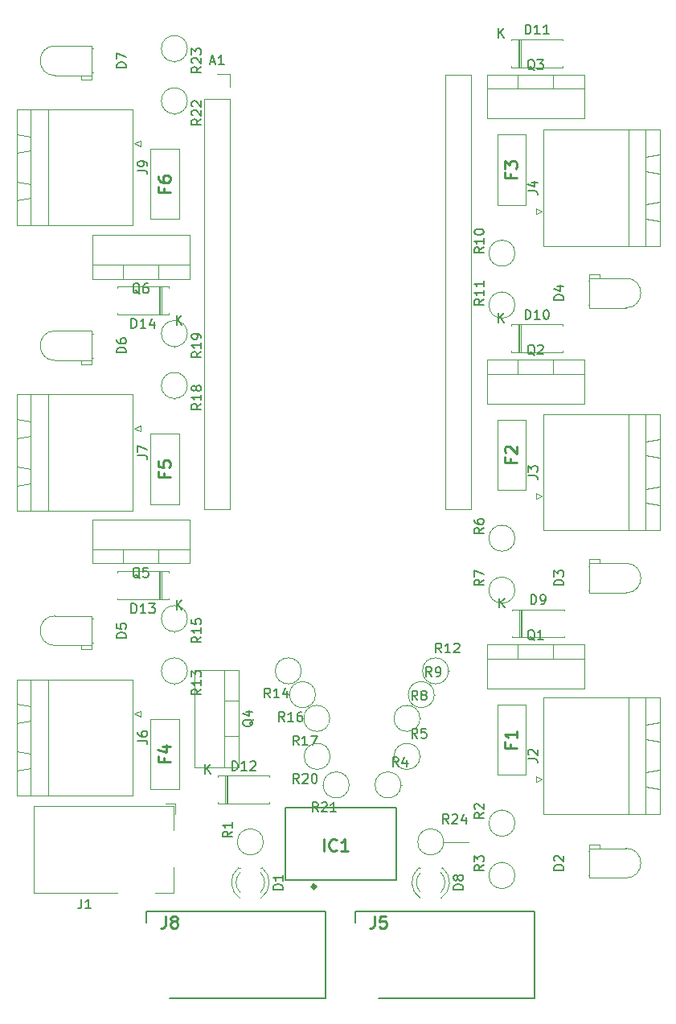
<source format=gbr>
G04 #@! TF.GenerationSoftware,KiCad,Pcbnew,(5.1.4)-1*
G04 #@! TF.CreationDate,2020-02-24T00:27:31+00:00*
G04 #@! TF.ProjectId,SPS-BellDriver,5350532d-4265-46c6-9c44-72697665722e,1*
G04 #@! TF.SameCoordinates,Original*
G04 #@! TF.FileFunction,Legend,Top*
G04 #@! TF.FilePolarity,Positive*
%FSLAX46Y46*%
G04 Gerber Fmt 4.6, Leading zero omitted, Abs format (unit mm)*
G04 Created by KiCad (PCBNEW (5.1.4)-1) date 2020-02-24 00:27:31*
%MOMM*%
%LPD*%
G04 APERTURE LIST*
%ADD10C,0.120000*%
%ADD11C,0.400000*%
%ADD12C,0.200000*%
%ADD13C,0.100000*%
%ADD14C,0.150000*%
%ADD15C,0.254000*%
G04 APERTURE END LIST*
D10*
X66870000Y-111000000D02*
X69480000Y-111000000D01*
X66870000Y-111000000D02*
G75*
G03X66870000Y-111000000I-1370000J0D01*
G01*
X69730000Y-30230000D02*
X69730000Y-76010000D01*
X67070000Y-76010000D02*
X69730000Y-76010000D01*
X67070000Y-30230000D02*
X69730000Y-30230000D01*
X67070000Y-30230000D02*
X67070000Y-76010000D01*
X43000000Y-30170000D02*
X44330000Y-30170000D01*
X44330000Y-30170000D02*
X44330000Y-31500000D01*
X44330000Y-32770000D02*
X44330000Y-76010000D01*
X41670000Y-76010000D02*
X44330000Y-76010000D01*
X41670000Y-32770000D02*
X41670000Y-76010000D01*
X41670000Y-32770000D02*
X44330000Y-32770000D01*
X37130000Y-55470000D02*
X37130000Y-52530000D01*
X36890000Y-55470000D02*
X36890000Y-52530000D01*
X37010000Y-55470000D02*
X37010000Y-52530000D01*
X32470000Y-52530000D02*
X32470000Y-52660000D01*
X37910000Y-52530000D02*
X32470000Y-52530000D01*
X37910000Y-52660000D02*
X37910000Y-52530000D01*
X32470000Y-55470000D02*
X32470000Y-55340000D01*
X37910000Y-55470000D02*
X32470000Y-55470000D01*
X37910000Y-55340000D02*
X37910000Y-55470000D01*
X37130000Y-85470000D02*
X37130000Y-82530000D01*
X36890000Y-85470000D02*
X36890000Y-82530000D01*
X37010000Y-85470000D02*
X37010000Y-82530000D01*
X32470000Y-82530000D02*
X32470000Y-82660000D01*
X37910000Y-82530000D02*
X32470000Y-82530000D01*
X37910000Y-82660000D02*
X37910000Y-82530000D01*
X32470000Y-85470000D02*
X32470000Y-85340000D01*
X37910000Y-85470000D02*
X32470000Y-85470000D01*
X37910000Y-85340000D02*
X37910000Y-85470000D01*
X43870000Y-104030000D02*
X43870000Y-106970000D01*
X44110000Y-104030000D02*
X44110000Y-106970000D01*
X43990000Y-104030000D02*
X43990000Y-106970000D01*
X48530000Y-106970000D02*
X48530000Y-106840000D01*
X43090000Y-106970000D02*
X48530000Y-106970000D01*
X43090000Y-106840000D02*
X43090000Y-106970000D01*
X48530000Y-104030000D02*
X48530000Y-104160000D01*
X43090000Y-104030000D02*
X48530000Y-104030000D01*
X43090000Y-104160000D02*
X43090000Y-104030000D01*
X74750000Y-26530000D02*
X74750000Y-29470000D01*
X74990000Y-26530000D02*
X74990000Y-29470000D01*
X74870000Y-26530000D02*
X74870000Y-29470000D01*
X79410000Y-29470000D02*
X79410000Y-29340000D01*
X73970000Y-29470000D02*
X79410000Y-29470000D01*
X73970000Y-29340000D02*
X73970000Y-29470000D01*
X79410000Y-26530000D02*
X79410000Y-26660000D01*
X73970000Y-26530000D02*
X79410000Y-26530000D01*
X73970000Y-26660000D02*
X73970000Y-26530000D01*
X74750000Y-56530000D02*
X74750000Y-59470000D01*
X74990000Y-56530000D02*
X74990000Y-59470000D01*
X74870000Y-56530000D02*
X74870000Y-59470000D01*
X79410000Y-59470000D02*
X79410000Y-59340000D01*
X73970000Y-59470000D02*
X79410000Y-59470000D01*
X73970000Y-59340000D02*
X73970000Y-59470000D01*
X79410000Y-56530000D02*
X79410000Y-56660000D01*
X73970000Y-56530000D02*
X79410000Y-56530000D01*
X73970000Y-56660000D02*
X73970000Y-56530000D01*
X74870000Y-86530000D02*
X74870000Y-89470000D01*
X75110000Y-86530000D02*
X75110000Y-89470000D01*
X74990000Y-86530000D02*
X74990000Y-89470000D01*
X79530000Y-89470000D02*
X79530000Y-89340000D01*
X74090000Y-89470000D02*
X79530000Y-89470000D01*
X74090000Y-89340000D02*
X74090000Y-89470000D01*
X79530000Y-86530000D02*
X79530000Y-86660000D01*
X74090000Y-86530000D02*
X79530000Y-86530000D01*
X74090000Y-86660000D02*
X74090000Y-86530000D01*
X64420000Y-113710000D02*
X64264000Y-113710000D01*
X66736000Y-113710000D02*
X66580000Y-113710000D01*
X64420163Y-116311130D02*
G75*
G02X64420000Y-114229039I1079837J1041130D01*
G01*
X66579837Y-116311130D02*
G75*
G03X66580000Y-114229039I-1079837J1041130D01*
G01*
X64421392Y-116942335D02*
G75*
G02X64264484Y-113710000I1078608J1672335D01*
G01*
X66578608Y-116942335D02*
G75*
G03X66735516Y-113710000I-1078608J1672335D01*
G01*
X29920000Y-60040000D02*
X29920000Y-60040000D01*
X29790000Y-60040000D02*
X29920000Y-60040000D01*
X29790000Y-60040000D02*
X29790000Y-60040000D01*
X29920000Y-60040000D02*
X29790000Y-60040000D01*
X29920000Y-57500000D02*
X29920000Y-57500000D01*
X29790000Y-57500000D02*
X29920000Y-57500000D01*
X29790000Y-57500000D02*
X29790000Y-57500000D01*
X29920000Y-57500000D02*
X29790000Y-57500000D01*
X29790000Y-60330000D02*
X29790000Y-60730000D01*
X28670000Y-60330000D02*
X29790000Y-60330000D01*
X28670000Y-60730000D02*
X28670000Y-60330000D01*
X29790000Y-60730000D02*
X28670000Y-60730000D01*
X29790000Y-57210000D02*
X29790000Y-60330000D01*
X29790000Y-60330000D02*
X25930000Y-60330000D01*
X29790000Y-57210000D02*
X25930000Y-57210000D01*
X25930000Y-60330000D02*
G75*
G02X25930000Y-57210000I0J1560000D01*
G01*
X82080000Y-51960000D02*
X82080000Y-51960000D01*
X82210000Y-51960000D02*
X82080000Y-51960000D01*
X82210000Y-51960000D02*
X82210000Y-51960000D01*
X82080000Y-51960000D02*
X82210000Y-51960000D01*
X82080000Y-54500000D02*
X82080000Y-54500000D01*
X82210000Y-54500000D02*
X82080000Y-54500000D01*
X82210000Y-54500000D02*
X82210000Y-54500000D01*
X82080000Y-54500000D02*
X82210000Y-54500000D01*
X82210000Y-51670000D02*
X82210000Y-51270000D01*
X83330000Y-51670000D02*
X82210000Y-51670000D01*
X83330000Y-51270000D02*
X83330000Y-51670000D01*
X82210000Y-51270000D02*
X83330000Y-51270000D01*
X82210000Y-54790000D02*
X82210000Y-51670000D01*
X82210000Y-51670000D02*
X86070000Y-51670000D01*
X82210000Y-54790000D02*
X86070000Y-54790000D01*
X86070000Y-51670000D02*
G75*
G02X86070000Y-54790000I0J-1560000D01*
G01*
X82080000Y-111960000D02*
X82080000Y-111960000D01*
X82210000Y-111960000D02*
X82080000Y-111960000D01*
X82210000Y-111960000D02*
X82210000Y-111960000D01*
X82080000Y-111960000D02*
X82210000Y-111960000D01*
X82080000Y-114500000D02*
X82080000Y-114500000D01*
X82210000Y-114500000D02*
X82080000Y-114500000D01*
X82210000Y-114500000D02*
X82210000Y-114500000D01*
X82080000Y-114500000D02*
X82210000Y-114500000D01*
X82210000Y-111670000D02*
X82210000Y-111270000D01*
X83330000Y-111670000D02*
X82210000Y-111670000D01*
X83330000Y-111270000D02*
X83330000Y-111670000D01*
X82210000Y-111270000D02*
X83330000Y-111270000D01*
X82210000Y-114790000D02*
X82210000Y-111670000D01*
X82210000Y-111670000D02*
X86070000Y-111670000D01*
X82210000Y-114790000D02*
X86070000Y-114790000D01*
X86070000Y-111670000D02*
G75*
G02X86070000Y-114790000I0J-1560000D01*
G01*
X45420000Y-113710000D02*
X45264000Y-113710000D01*
X47736000Y-113710000D02*
X47580000Y-113710000D01*
X45420163Y-116311130D02*
G75*
G02X45420000Y-114229039I1079837J1041130D01*
G01*
X47579837Y-116311130D02*
G75*
G03X47580000Y-114229039I-1079837J1041130D01*
G01*
X45421392Y-116942335D02*
G75*
G02X45264484Y-113710000I1078608J1672335D01*
G01*
X47578608Y-116942335D02*
G75*
G03X47735516Y-113710000I-1078608J1672335D01*
G01*
D11*
X53330160Y-115721000D02*
G75*
G03X53330160Y-115721000I-149160J0D01*
G01*
D12*
X50150000Y-115000000D02*
X50150000Y-107400000D01*
X61850000Y-115000000D02*
X50150000Y-115000000D01*
X61850000Y-107400000D02*
X61850000Y-115000000D01*
X50150000Y-107400000D02*
X61850000Y-107400000D01*
D13*
X39000000Y-45450000D02*
X36000000Y-45450000D01*
X39000000Y-38050000D02*
X39000000Y-45450000D01*
X36000000Y-38050000D02*
X39000000Y-38050000D01*
X36000000Y-45450000D02*
X36000000Y-38050000D01*
X39000000Y-75450000D02*
X36000000Y-75450000D01*
X39000000Y-68050000D02*
X39000000Y-75450000D01*
X36000000Y-68050000D02*
X39000000Y-68050000D01*
X36000000Y-75450000D02*
X36000000Y-68050000D01*
X39000000Y-105450000D02*
X36000000Y-105450000D01*
X39000000Y-98050000D02*
X39000000Y-105450000D01*
X36000000Y-98050000D02*
X39000000Y-98050000D01*
X36000000Y-105450000D02*
X36000000Y-98050000D01*
X72500000Y-36550000D02*
X75500000Y-36550000D01*
X72500000Y-43950000D02*
X72500000Y-36550000D01*
X75500000Y-43950000D02*
X72500000Y-43950000D01*
X75500000Y-36550000D02*
X75500000Y-43950000D01*
X72500000Y-66550000D02*
X75500000Y-66550000D01*
X72500000Y-73950000D02*
X72500000Y-66550000D01*
X75500000Y-73950000D02*
X72500000Y-73950000D01*
X75500000Y-66550000D02*
X75500000Y-73950000D01*
X72500000Y-96550000D02*
X75500000Y-96550000D01*
X72500000Y-103950000D02*
X72500000Y-96550000D01*
X75500000Y-103950000D02*
X72500000Y-103950000D01*
X75500000Y-96550000D02*
X75500000Y-103950000D01*
D10*
X38500000Y-34370000D02*
X38500000Y-34440000D01*
X39870000Y-33000000D02*
G75*
G03X39870000Y-33000000I-1370000J0D01*
G01*
X38500000Y-28870000D02*
X38500000Y-28940000D01*
X39870000Y-27500000D02*
G75*
G03X39870000Y-27500000I-1370000J0D01*
G01*
X54170000Y-105000000D02*
X54100000Y-105000000D01*
X56910000Y-105000000D02*
G75*
G03X56910000Y-105000000I-1370000J0D01*
G01*
X52170000Y-102000000D02*
X52100000Y-102000000D01*
X54910000Y-102000000D02*
G75*
G03X54910000Y-102000000I-1370000J0D01*
G01*
X38500000Y-64330000D02*
X38500000Y-64400000D01*
X39870000Y-62960000D02*
G75*
G03X39870000Y-62960000I-1370000J0D01*
G01*
X38500000Y-58870000D02*
X38500000Y-58940000D01*
X39870000Y-57500000D02*
G75*
G03X39870000Y-57500000I-1370000J0D01*
G01*
X52130000Y-98000000D02*
X52060000Y-98000000D01*
X54870000Y-98000000D02*
G75*
G03X54870000Y-98000000I-1370000J0D01*
G01*
X50630000Y-95500000D02*
X50560000Y-95500000D01*
X53370000Y-95500000D02*
G75*
G03X53370000Y-95500000I-1370000J0D01*
G01*
X49130000Y-93000000D02*
X49060000Y-93000000D01*
X51870000Y-93000000D02*
G75*
G03X51870000Y-93000000I-1370000J0D01*
G01*
X38500000Y-94370000D02*
X38500000Y-94440000D01*
X39870000Y-93000000D02*
G75*
G03X39870000Y-93000000I-1370000J0D01*
G01*
X38500000Y-88870000D02*
X38500000Y-88940000D01*
X39870000Y-87500000D02*
G75*
G03X39870000Y-87500000I-1370000J0D01*
G01*
X67370000Y-93000000D02*
X67440000Y-93000000D01*
X67370000Y-93000000D02*
G75*
G03X67370000Y-93000000I-1370000J0D01*
G01*
X73000000Y-47670000D02*
X73000000Y-47600000D01*
X74370000Y-49040000D02*
G75*
G03X74370000Y-49040000I-1370000J0D01*
G01*
X73000000Y-53130000D02*
X73000000Y-53060000D01*
X74370000Y-54500000D02*
G75*
G03X74370000Y-54500000I-1370000J0D01*
G01*
X65870000Y-95500000D02*
X65940000Y-95500000D01*
X65870000Y-95500000D02*
G75*
G03X65870000Y-95500000I-1370000J0D01*
G01*
X64370000Y-98000000D02*
X64440000Y-98000000D01*
X64370000Y-98000000D02*
G75*
G03X64370000Y-98000000I-1370000J0D01*
G01*
X73000000Y-77670000D02*
X73000000Y-77600000D01*
X74370000Y-79040000D02*
G75*
G03X74370000Y-79040000I-1370000J0D01*
G01*
X64370000Y-102000000D02*
X64440000Y-102000000D01*
X64370000Y-102000000D02*
G75*
G03X64370000Y-102000000I-1370000J0D01*
G01*
X73000000Y-83130000D02*
X73000000Y-83060000D01*
X74370000Y-84500000D02*
G75*
G03X74370000Y-84500000I-1370000J0D01*
G01*
X62370000Y-105000000D02*
X62440000Y-105000000D01*
X62370000Y-105000000D02*
G75*
G03X62370000Y-105000000I-1370000J0D01*
G01*
X74370000Y-109040000D02*
G75*
G03X74370000Y-109040000I-1370000J0D01*
G01*
X73000000Y-107670000D02*
X73000000Y-107600000D01*
X73000000Y-113170000D02*
X73000000Y-113100000D01*
X74370000Y-114540000D02*
G75*
G03X74370000Y-114540000I-1370000J0D01*
G01*
X46500000Y-109630000D02*
X46500000Y-109560000D01*
X47870000Y-111000000D02*
G75*
G03X47870000Y-111000000I-1370000J0D01*
G01*
X78391000Y-30230000D02*
X78391000Y-31740000D01*
X74690000Y-30230000D02*
X74690000Y-31740000D01*
X71420000Y-31740000D02*
X81660000Y-31740000D01*
X81660000Y-30230000D02*
X81660000Y-34871000D01*
X71420000Y-30230000D02*
X71420000Y-34871000D01*
X71420000Y-34871000D02*
X81660000Y-34871000D01*
X71420000Y-30230000D02*
X81660000Y-30230000D01*
X78391000Y-90230000D02*
X78391000Y-91740000D01*
X74690000Y-90230000D02*
X74690000Y-91740000D01*
X71420000Y-91740000D02*
X81660000Y-91740000D01*
X81660000Y-90230000D02*
X81660000Y-94871000D01*
X71420000Y-90230000D02*
X71420000Y-94871000D01*
X71420000Y-94871000D02*
X81660000Y-94871000D01*
X71420000Y-90230000D02*
X81660000Y-90230000D01*
X33109000Y-81690000D02*
X33109000Y-80180000D01*
X36810000Y-81690000D02*
X36810000Y-80180000D01*
X40080000Y-80180000D02*
X29840000Y-80180000D01*
X29840000Y-81690000D02*
X29840000Y-77049000D01*
X40080000Y-81690000D02*
X40080000Y-77049000D01*
X40080000Y-77049000D02*
X29840000Y-77049000D01*
X40080000Y-81690000D02*
X29840000Y-81690000D01*
X45270000Y-99851000D02*
X43760000Y-99851000D01*
X45270000Y-96150000D02*
X43760000Y-96150000D01*
X43760000Y-92880000D02*
X43760000Y-103120000D01*
X45270000Y-103120000D02*
X40629000Y-103120000D01*
X45270000Y-92880000D02*
X40629000Y-92880000D01*
X40629000Y-92880000D02*
X40629000Y-103120000D01*
X45270000Y-92880000D02*
X45270000Y-103120000D01*
X33109000Y-51770000D02*
X33109000Y-50260000D01*
X36810000Y-51770000D02*
X36810000Y-50260000D01*
X40080000Y-50260000D02*
X29840000Y-50260000D01*
X29840000Y-51770000D02*
X29840000Y-47129000D01*
X40080000Y-51770000D02*
X40080000Y-47129000D01*
X40080000Y-47129000D02*
X29840000Y-47129000D01*
X40080000Y-51770000D02*
X29840000Y-51770000D01*
X78391000Y-60230000D02*
X78391000Y-61740000D01*
X74690000Y-60230000D02*
X74690000Y-61740000D01*
X71420000Y-61740000D02*
X81660000Y-61740000D01*
X81660000Y-60230000D02*
X81660000Y-64871000D01*
X71420000Y-60230000D02*
X71420000Y-64871000D01*
X71420000Y-64871000D02*
X81660000Y-64871000D01*
X71420000Y-60230000D02*
X81660000Y-60230000D01*
D12*
X57550000Y-118300000D02*
X57550000Y-119500000D01*
X76450000Y-118300000D02*
X57550000Y-118300000D01*
X76450000Y-127500000D02*
X76450000Y-118300000D01*
X60000000Y-127500000D02*
X76450000Y-127500000D01*
X35550000Y-118300000D02*
X35550000Y-119500000D01*
X54450000Y-118300000D02*
X35550000Y-118300000D01*
X54450000Y-127500000D02*
X54450000Y-118300000D01*
X38000000Y-127500000D02*
X54450000Y-127500000D01*
D10*
X29920000Y-30040000D02*
X29920000Y-30040000D01*
X29790000Y-30040000D02*
X29920000Y-30040000D01*
X29790000Y-30040000D02*
X29790000Y-30040000D01*
X29920000Y-30040000D02*
X29790000Y-30040000D01*
X29920000Y-27500000D02*
X29920000Y-27500000D01*
X29790000Y-27500000D02*
X29920000Y-27500000D01*
X29790000Y-27500000D02*
X29790000Y-27500000D01*
X29920000Y-27500000D02*
X29790000Y-27500000D01*
X29790000Y-30330000D02*
X29790000Y-30730000D01*
X28670000Y-30330000D02*
X29790000Y-30330000D01*
X28670000Y-30730000D02*
X28670000Y-30330000D01*
X29790000Y-30730000D02*
X28670000Y-30730000D01*
X29790000Y-27210000D02*
X29790000Y-30330000D01*
X29790000Y-30330000D02*
X25930000Y-30330000D01*
X29790000Y-27210000D02*
X25930000Y-27210000D01*
X25930000Y-30330000D02*
G75*
G02X25930000Y-27210000I0J1560000D01*
G01*
X29920000Y-90040000D02*
X29920000Y-90040000D01*
X29790000Y-90040000D02*
X29920000Y-90040000D01*
X29790000Y-90040000D02*
X29790000Y-90040000D01*
X29920000Y-90040000D02*
X29790000Y-90040000D01*
X29920000Y-87500000D02*
X29920000Y-87500000D01*
X29790000Y-87500000D02*
X29920000Y-87500000D01*
X29790000Y-87500000D02*
X29790000Y-87500000D01*
X29920000Y-87500000D02*
X29790000Y-87500000D01*
X29790000Y-90330000D02*
X29790000Y-90730000D01*
X28670000Y-90330000D02*
X29790000Y-90330000D01*
X28670000Y-90730000D02*
X28670000Y-90330000D01*
X29790000Y-90730000D02*
X28670000Y-90730000D01*
X29790000Y-87210000D02*
X29790000Y-90330000D01*
X29790000Y-90330000D02*
X25930000Y-90330000D01*
X29790000Y-87210000D02*
X25930000Y-87210000D01*
X25930000Y-90330000D02*
G75*
G02X25930000Y-87210000I0J1560000D01*
G01*
X82080000Y-81960000D02*
X82080000Y-81960000D01*
X82210000Y-81960000D02*
X82080000Y-81960000D01*
X82210000Y-81960000D02*
X82210000Y-81960000D01*
X82080000Y-81960000D02*
X82210000Y-81960000D01*
X82080000Y-84500000D02*
X82080000Y-84500000D01*
X82210000Y-84500000D02*
X82080000Y-84500000D01*
X82210000Y-84500000D02*
X82210000Y-84500000D01*
X82080000Y-84500000D02*
X82210000Y-84500000D01*
X82210000Y-81670000D02*
X82210000Y-81270000D01*
X83330000Y-81670000D02*
X82210000Y-81670000D01*
X83330000Y-81270000D02*
X83330000Y-81670000D01*
X82210000Y-81270000D02*
X83330000Y-81270000D01*
X82210000Y-84790000D02*
X82210000Y-81670000D01*
X82210000Y-81670000D02*
X86070000Y-81670000D01*
X82210000Y-84790000D02*
X86070000Y-84790000D01*
X86070000Y-81670000D02*
G75*
G02X86070000Y-84790000I0J-1560000D01*
G01*
X38400000Y-107200000D02*
X38400000Y-109800000D01*
X23700000Y-107200000D02*
X38400000Y-107200000D01*
X38400000Y-116400000D02*
X36500000Y-116400000D01*
X38400000Y-113700000D02*
X38400000Y-116400000D01*
X23700000Y-116400000D02*
X23700000Y-107200000D01*
X32500000Y-116400000D02*
X23700000Y-116400000D01*
X37550000Y-107000000D02*
X38600000Y-107000000D01*
X38600000Y-108050000D02*
X38600000Y-107000000D01*
X34910000Y-37200000D02*
X34910000Y-37800000D01*
X34310000Y-37500000D02*
X34910000Y-37200000D01*
X34910000Y-37800000D02*
X34310000Y-37500000D01*
X23390000Y-41750000D02*
X21890000Y-41500000D01*
X23390000Y-43250000D02*
X23390000Y-41750000D01*
X21890000Y-43500000D02*
X23390000Y-43250000D01*
X21890000Y-41500000D02*
X21890000Y-43500000D01*
X23390000Y-36750000D02*
X21890000Y-36500000D01*
X23390000Y-38250000D02*
X23390000Y-36750000D01*
X21890000Y-38500000D02*
X23390000Y-38250000D01*
X21890000Y-36500000D02*
X21890000Y-38500000D01*
X23390000Y-46110000D02*
X23390000Y-33890000D01*
X25190000Y-46110000D02*
X23390000Y-46110000D01*
X25190000Y-33890000D02*
X25190000Y-46110000D01*
X23390000Y-33890000D02*
X25190000Y-33890000D01*
X34110000Y-46110000D02*
X34110000Y-33890000D01*
X21890000Y-46110000D02*
X34110000Y-46110000D01*
X21890000Y-33890000D02*
X21890000Y-46110000D01*
X34110000Y-33890000D02*
X21890000Y-33890000D01*
X34910000Y-67200000D02*
X34910000Y-67800000D01*
X34310000Y-67500000D02*
X34910000Y-67200000D01*
X34910000Y-67800000D02*
X34310000Y-67500000D01*
X23390000Y-71750000D02*
X21890000Y-71500000D01*
X23390000Y-73250000D02*
X23390000Y-71750000D01*
X21890000Y-73500000D02*
X23390000Y-73250000D01*
X21890000Y-71500000D02*
X21890000Y-73500000D01*
X23390000Y-66750000D02*
X21890000Y-66500000D01*
X23390000Y-68250000D02*
X23390000Y-66750000D01*
X21890000Y-68500000D02*
X23390000Y-68250000D01*
X21890000Y-66500000D02*
X21890000Y-68500000D01*
X23390000Y-76110000D02*
X23390000Y-63890000D01*
X25190000Y-76110000D02*
X23390000Y-76110000D01*
X25190000Y-63890000D02*
X25190000Y-76110000D01*
X23390000Y-63890000D02*
X25190000Y-63890000D01*
X34110000Y-76110000D02*
X34110000Y-63890000D01*
X21890000Y-76110000D02*
X34110000Y-76110000D01*
X21890000Y-63890000D02*
X21890000Y-76110000D01*
X34110000Y-63890000D02*
X21890000Y-63890000D01*
X34910000Y-97200000D02*
X34910000Y-97800000D01*
X34310000Y-97500000D02*
X34910000Y-97200000D01*
X34910000Y-97800000D02*
X34310000Y-97500000D01*
X23390000Y-101750000D02*
X21890000Y-101500000D01*
X23390000Y-103250000D02*
X23390000Y-101750000D01*
X21890000Y-103500000D02*
X23390000Y-103250000D01*
X21890000Y-101500000D02*
X21890000Y-103500000D01*
X23390000Y-96750000D02*
X21890000Y-96500000D01*
X23390000Y-98250000D02*
X23390000Y-96750000D01*
X21890000Y-98500000D02*
X23390000Y-98250000D01*
X21890000Y-96500000D02*
X21890000Y-98500000D01*
X23390000Y-106110000D02*
X23390000Y-93890000D01*
X25190000Y-106110000D02*
X23390000Y-106110000D01*
X25190000Y-93890000D02*
X25190000Y-106110000D01*
X23390000Y-93890000D02*
X25190000Y-93890000D01*
X34110000Y-106110000D02*
X34110000Y-93890000D01*
X21890000Y-106110000D02*
X34110000Y-106110000D01*
X21890000Y-93890000D02*
X21890000Y-106110000D01*
X34110000Y-93890000D02*
X21890000Y-93890000D01*
X76590000Y-44948000D02*
X76590000Y-44348000D01*
X77190000Y-44648000D02*
X76590000Y-44948000D01*
X76590000Y-44348000D02*
X77190000Y-44648000D01*
X88110000Y-40398000D02*
X89610000Y-40648000D01*
X88110000Y-38898000D02*
X88110000Y-40398000D01*
X89610000Y-38648000D02*
X88110000Y-38898000D01*
X89610000Y-40648000D02*
X89610000Y-38648000D01*
X88110000Y-45398000D02*
X89610000Y-45648000D01*
X88110000Y-43898000D02*
X88110000Y-45398000D01*
X89610000Y-43648000D02*
X88110000Y-43898000D01*
X89610000Y-45648000D02*
X89610000Y-43648000D01*
X88110000Y-36038000D02*
X88110000Y-48258000D01*
X86310000Y-36038000D02*
X88110000Y-36038000D01*
X86310000Y-48258000D02*
X86310000Y-36038000D01*
X88110000Y-48258000D02*
X86310000Y-48258000D01*
X77390000Y-36038000D02*
X77390000Y-48258000D01*
X89610000Y-36038000D02*
X77390000Y-36038000D01*
X89610000Y-48258000D02*
X89610000Y-36038000D01*
X77390000Y-48258000D02*
X89610000Y-48258000D01*
X76590000Y-74896000D02*
X76590000Y-74296000D01*
X77190000Y-74596000D02*
X76590000Y-74896000D01*
X76590000Y-74296000D02*
X77190000Y-74596000D01*
X88110000Y-70346000D02*
X89610000Y-70596000D01*
X88110000Y-68846000D02*
X88110000Y-70346000D01*
X89610000Y-68596000D02*
X88110000Y-68846000D01*
X89610000Y-70596000D02*
X89610000Y-68596000D01*
X88110000Y-75346000D02*
X89610000Y-75596000D01*
X88110000Y-73846000D02*
X88110000Y-75346000D01*
X89610000Y-73596000D02*
X88110000Y-73846000D01*
X89610000Y-75596000D02*
X89610000Y-73596000D01*
X88110000Y-65986000D02*
X88110000Y-78206000D01*
X86310000Y-65986000D02*
X88110000Y-65986000D01*
X86310000Y-78206000D02*
X86310000Y-65986000D01*
X88110000Y-78206000D02*
X86310000Y-78206000D01*
X77390000Y-65986000D02*
X77390000Y-78206000D01*
X89610000Y-65986000D02*
X77390000Y-65986000D01*
X89610000Y-78206000D02*
X89610000Y-65986000D01*
X77390000Y-78206000D02*
X89610000Y-78206000D01*
X76590000Y-104725000D02*
X76590000Y-104125000D01*
X77190000Y-104425000D02*
X76590000Y-104725000D01*
X76590000Y-104125000D02*
X77190000Y-104425000D01*
X88110000Y-100175000D02*
X89610000Y-100425000D01*
X88110000Y-98675000D02*
X88110000Y-100175000D01*
X89610000Y-98425000D02*
X88110000Y-98675000D01*
X89610000Y-100425000D02*
X89610000Y-98425000D01*
X88110000Y-105175000D02*
X89610000Y-105425000D01*
X88110000Y-103675000D02*
X88110000Y-105175000D01*
X89610000Y-103425000D02*
X88110000Y-103675000D01*
X89610000Y-105425000D02*
X89610000Y-103425000D01*
X88110000Y-95815000D02*
X88110000Y-108035000D01*
X86310000Y-95815000D02*
X88110000Y-95815000D01*
X86310000Y-108035000D02*
X86310000Y-95815000D01*
X88110000Y-108035000D02*
X86310000Y-108035000D01*
X77390000Y-95815000D02*
X77390000Y-108035000D01*
X89610000Y-95815000D02*
X77390000Y-95815000D01*
X89610000Y-108035000D02*
X89610000Y-95815000D01*
X77390000Y-108035000D02*
X89610000Y-108035000D01*
D14*
X67397142Y-109082380D02*
X67063809Y-108606190D01*
X66825714Y-109082380D02*
X66825714Y-108082380D01*
X67206666Y-108082380D01*
X67301904Y-108130000D01*
X67349523Y-108177619D01*
X67397142Y-108272857D01*
X67397142Y-108415714D01*
X67349523Y-108510952D01*
X67301904Y-108558571D01*
X67206666Y-108606190D01*
X66825714Y-108606190D01*
X67778095Y-108177619D02*
X67825714Y-108130000D01*
X67920952Y-108082380D01*
X68159047Y-108082380D01*
X68254285Y-108130000D01*
X68301904Y-108177619D01*
X68349523Y-108272857D01*
X68349523Y-108368095D01*
X68301904Y-108510952D01*
X67730476Y-109082380D01*
X68349523Y-109082380D01*
X69206666Y-108415714D02*
X69206666Y-109082380D01*
X68968571Y-108034761D02*
X68730476Y-108749047D01*
X69349523Y-108749047D01*
X42285714Y-28896666D02*
X42761904Y-28896666D01*
X42190476Y-29182380D02*
X42523809Y-28182380D01*
X42857142Y-29182380D01*
X43714285Y-29182380D02*
X43142857Y-29182380D01*
X43428571Y-29182380D02*
X43428571Y-28182380D01*
X43333333Y-28325238D01*
X43238095Y-28420476D01*
X43142857Y-28468095D01*
X33975714Y-56922380D02*
X33975714Y-55922380D01*
X34213809Y-55922380D01*
X34356666Y-55970000D01*
X34451904Y-56065238D01*
X34499523Y-56160476D01*
X34547142Y-56350952D01*
X34547142Y-56493809D01*
X34499523Y-56684285D01*
X34451904Y-56779523D01*
X34356666Y-56874761D01*
X34213809Y-56922380D01*
X33975714Y-56922380D01*
X35499523Y-56922380D02*
X34928095Y-56922380D01*
X35213809Y-56922380D02*
X35213809Y-55922380D01*
X35118571Y-56065238D01*
X35023333Y-56160476D01*
X34928095Y-56208095D01*
X36356666Y-56255714D02*
X36356666Y-56922380D01*
X36118571Y-55874761D02*
X35880476Y-56589047D01*
X36499523Y-56589047D01*
X38738095Y-56552380D02*
X38738095Y-55552380D01*
X39309523Y-56552380D02*
X38880952Y-55980952D01*
X39309523Y-55552380D02*
X38738095Y-56123809D01*
X33975714Y-86922380D02*
X33975714Y-85922380D01*
X34213809Y-85922380D01*
X34356666Y-85970000D01*
X34451904Y-86065238D01*
X34499523Y-86160476D01*
X34547142Y-86350952D01*
X34547142Y-86493809D01*
X34499523Y-86684285D01*
X34451904Y-86779523D01*
X34356666Y-86874761D01*
X34213809Y-86922380D01*
X33975714Y-86922380D01*
X35499523Y-86922380D02*
X34928095Y-86922380D01*
X35213809Y-86922380D02*
X35213809Y-85922380D01*
X35118571Y-86065238D01*
X35023333Y-86160476D01*
X34928095Y-86208095D01*
X35832857Y-85922380D02*
X36451904Y-85922380D01*
X36118571Y-86303333D01*
X36261428Y-86303333D01*
X36356666Y-86350952D01*
X36404285Y-86398571D01*
X36451904Y-86493809D01*
X36451904Y-86731904D01*
X36404285Y-86827142D01*
X36356666Y-86874761D01*
X36261428Y-86922380D01*
X35975714Y-86922380D01*
X35880476Y-86874761D01*
X35832857Y-86827142D01*
X38738095Y-86552380D02*
X38738095Y-85552380D01*
X39309523Y-86552380D02*
X38880952Y-85980952D01*
X39309523Y-85552380D02*
X38738095Y-86123809D01*
X44595714Y-103482380D02*
X44595714Y-102482380D01*
X44833809Y-102482380D01*
X44976666Y-102530000D01*
X45071904Y-102625238D01*
X45119523Y-102720476D01*
X45167142Y-102910952D01*
X45167142Y-103053809D01*
X45119523Y-103244285D01*
X45071904Y-103339523D01*
X44976666Y-103434761D01*
X44833809Y-103482380D01*
X44595714Y-103482380D01*
X46119523Y-103482380D02*
X45548095Y-103482380D01*
X45833809Y-103482380D02*
X45833809Y-102482380D01*
X45738571Y-102625238D01*
X45643333Y-102720476D01*
X45548095Y-102768095D01*
X46500476Y-102577619D02*
X46548095Y-102530000D01*
X46643333Y-102482380D01*
X46881428Y-102482380D01*
X46976666Y-102530000D01*
X47024285Y-102577619D01*
X47071904Y-102672857D01*
X47071904Y-102768095D01*
X47024285Y-102910952D01*
X46452857Y-103482380D01*
X47071904Y-103482380D01*
X41738095Y-103852380D02*
X41738095Y-102852380D01*
X42309523Y-103852380D02*
X41880952Y-103280952D01*
X42309523Y-102852380D02*
X41738095Y-103423809D01*
X75475714Y-25982380D02*
X75475714Y-24982380D01*
X75713809Y-24982380D01*
X75856666Y-25030000D01*
X75951904Y-25125238D01*
X75999523Y-25220476D01*
X76047142Y-25410952D01*
X76047142Y-25553809D01*
X75999523Y-25744285D01*
X75951904Y-25839523D01*
X75856666Y-25934761D01*
X75713809Y-25982380D01*
X75475714Y-25982380D01*
X76999523Y-25982380D02*
X76428095Y-25982380D01*
X76713809Y-25982380D02*
X76713809Y-24982380D01*
X76618571Y-25125238D01*
X76523333Y-25220476D01*
X76428095Y-25268095D01*
X77951904Y-25982380D02*
X77380476Y-25982380D01*
X77666190Y-25982380D02*
X77666190Y-24982380D01*
X77570952Y-25125238D01*
X77475714Y-25220476D01*
X77380476Y-25268095D01*
X72618095Y-26352380D02*
X72618095Y-25352380D01*
X73189523Y-26352380D02*
X72760952Y-25780952D01*
X73189523Y-25352380D02*
X72618095Y-25923809D01*
X75475714Y-55982380D02*
X75475714Y-54982380D01*
X75713809Y-54982380D01*
X75856666Y-55030000D01*
X75951904Y-55125238D01*
X75999523Y-55220476D01*
X76047142Y-55410952D01*
X76047142Y-55553809D01*
X75999523Y-55744285D01*
X75951904Y-55839523D01*
X75856666Y-55934761D01*
X75713809Y-55982380D01*
X75475714Y-55982380D01*
X76999523Y-55982380D02*
X76428095Y-55982380D01*
X76713809Y-55982380D02*
X76713809Y-54982380D01*
X76618571Y-55125238D01*
X76523333Y-55220476D01*
X76428095Y-55268095D01*
X77618571Y-54982380D02*
X77713809Y-54982380D01*
X77809047Y-55030000D01*
X77856666Y-55077619D01*
X77904285Y-55172857D01*
X77951904Y-55363333D01*
X77951904Y-55601428D01*
X77904285Y-55791904D01*
X77856666Y-55887142D01*
X77809047Y-55934761D01*
X77713809Y-55982380D01*
X77618571Y-55982380D01*
X77523333Y-55934761D01*
X77475714Y-55887142D01*
X77428095Y-55791904D01*
X77380476Y-55601428D01*
X77380476Y-55363333D01*
X77428095Y-55172857D01*
X77475714Y-55077619D01*
X77523333Y-55030000D01*
X77618571Y-54982380D01*
X72618095Y-56352380D02*
X72618095Y-55352380D01*
X73189523Y-56352380D02*
X72760952Y-55780952D01*
X73189523Y-55352380D02*
X72618095Y-55923809D01*
X76071904Y-85982380D02*
X76071904Y-84982380D01*
X76310000Y-84982380D01*
X76452857Y-85030000D01*
X76548095Y-85125238D01*
X76595714Y-85220476D01*
X76643333Y-85410952D01*
X76643333Y-85553809D01*
X76595714Y-85744285D01*
X76548095Y-85839523D01*
X76452857Y-85934761D01*
X76310000Y-85982380D01*
X76071904Y-85982380D01*
X77119523Y-85982380D02*
X77310000Y-85982380D01*
X77405238Y-85934761D01*
X77452857Y-85887142D01*
X77548095Y-85744285D01*
X77595714Y-85553809D01*
X77595714Y-85172857D01*
X77548095Y-85077619D01*
X77500476Y-85030000D01*
X77405238Y-84982380D01*
X77214761Y-84982380D01*
X77119523Y-85030000D01*
X77071904Y-85077619D01*
X77024285Y-85172857D01*
X77024285Y-85410952D01*
X77071904Y-85506190D01*
X77119523Y-85553809D01*
X77214761Y-85601428D01*
X77405238Y-85601428D01*
X77500476Y-85553809D01*
X77548095Y-85506190D01*
X77595714Y-85410952D01*
X72738095Y-86352380D02*
X72738095Y-85352380D01*
X73309523Y-86352380D02*
X72880952Y-85780952D01*
X73309523Y-85352380D02*
X72738095Y-85923809D01*
X68912380Y-116008095D02*
X67912380Y-116008095D01*
X67912380Y-115770000D01*
X67960000Y-115627142D01*
X68055238Y-115531904D01*
X68150476Y-115484285D01*
X68340952Y-115436666D01*
X68483809Y-115436666D01*
X68674285Y-115484285D01*
X68769523Y-115531904D01*
X68864761Y-115627142D01*
X68912380Y-115770000D01*
X68912380Y-116008095D01*
X68340952Y-114865238D02*
X68293333Y-114960476D01*
X68245714Y-115008095D01*
X68150476Y-115055714D01*
X68102857Y-115055714D01*
X68007619Y-115008095D01*
X67960000Y-114960476D01*
X67912380Y-114865238D01*
X67912380Y-114674761D01*
X67960000Y-114579523D01*
X68007619Y-114531904D01*
X68102857Y-114484285D01*
X68150476Y-114484285D01*
X68245714Y-114531904D01*
X68293333Y-114579523D01*
X68340952Y-114674761D01*
X68340952Y-114865238D01*
X68388571Y-114960476D01*
X68436190Y-115008095D01*
X68531428Y-115055714D01*
X68721904Y-115055714D01*
X68817142Y-115008095D01*
X68864761Y-114960476D01*
X68912380Y-114865238D01*
X68912380Y-114674761D01*
X68864761Y-114579523D01*
X68817142Y-114531904D01*
X68721904Y-114484285D01*
X68531428Y-114484285D01*
X68436190Y-114531904D01*
X68388571Y-114579523D01*
X68340952Y-114674761D01*
X33412380Y-59508095D02*
X32412380Y-59508095D01*
X32412380Y-59270000D01*
X32460000Y-59127142D01*
X32555238Y-59031904D01*
X32650476Y-58984285D01*
X32840952Y-58936666D01*
X32983809Y-58936666D01*
X33174285Y-58984285D01*
X33269523Y-59031904D01*
X33364761Y-59127142D01*
X33412380Y-59270000D01*
X33412380Y-59508095D01*
X32412380Y-58079523D02*
X32412380Y-58270000D01*
X32460000Y-58365238D01*
X32507619Y-58412857D01*
X32650476Y-58508095D01*
X32840952Y-58555714D01*
X33221904Y-58555714D01*
X33317142Y-58508095D01*
X33364761Y-58460476D01*
X33412380Y-58365238D01*
X33412380Y-58174761D01*
X33364761Y-58079523D01*
X33317142Y-58031904D01*
X33221904Y-57984285D01*
X32983809Y-57984285D01*
X32888571Y-58031904D01*
X32840952Y-58079523D01*
X32793333Y-58174761D01*
X32793333Y-58365238D01*
X32840952Y-58460476D01*
X32888571Y-58508095D01*
X32983809Y-58555714D01*
X79492380Y-53968095D02*
X78492380Y-53968095D01*
X78492380Y-53730000D01*
X78540000Y-53587142D01*
X78635238Y-53491904D01*
X78730476Y-53444285D01*
X78920952Y-53396666D01*
X79063809Y-53396666D01*
X79254285Y-53444285D01*
X79349523Y-53491904D01*
X79444761Y-53587142D01*
X79492380Y-53730000D01*
X79492380Y-53968095D01*
X78825714Y-52539523D02*
X79492380Y-52539523D01*
X78444761Y-52777619D02*
X79159047Y-53015714D01*
X79159047Y-52396666D01*
X79492380Y-113968095D02*
X78492380Y-113968095D01*
X78492380Y-113730000D01*
X78540000Y-113587142D01*
X78635238Y-113491904D01*
X78730476Y-113444285D01*
X78920952Y-113396666D01*
X79063809Y-113396666D01*
X79254285Y-113444285D01*
X79349523Y-113491904D01*
X79444761Y-113587142D01*
X79492380Y-113730000D01*
X79492380Y-113968095D01*
X78587619Y-113015714D02*
X78540000Y-112968095D01*
X78492380Y-112872857D01*
X78492380Y-112634761D01*
X78540000Y-112539523D01*
X78587619Y-112491904D01*
X78682857Y-112444285D01*
X78778095Y-112444285D01*
X78920952Y-112491904D01*
X79492380Y-113063333D01*
X79492380Y-112444285D01*
X49912380Y-116008095D02*
X48912380Y-116008095D01*
X48912380Y-115770000D01*
X48960000Y-115627142D01*
X49055238Y-115531904D01*
X49150476Y-115484285D01*
X49340952Y-115436666D01*
X49483809Y-115436666D01*
X49674285Y-115484285D01*
X49769523Y-115531904D01*
X49864761Y-115627142D01*
X49912380Y-115770000D01*
X49912380Y-116008095D01*
X49912380Y-114484285D02*
X49912380Y-115055714D01*
X49912380Y-114770000D02*
X48912380Y-114770000D01*
X49055238Y-114865238D01*
X49150476Y-114960476D01*
X49198095Y-115055714D01*
D15*
X54251728Y-111969383D02*
X54251728Y-110699383D01*
X55582204Y-111848431D02*
X55521728Y-111908907D01*
X55340299Y-111969383D01*
X55219347Y-111969383D01*
X55037918Y-111908907D01*
X54916966Y-111787955D01*
X54856490Y-111667002D01*
X54796013Y-111425098D01*
X54796013Y-111243669D01*
X54856490Y-111001764D01*
X54916966Y-110880812D01*
X55037918Y-110759860D01*
X55219347Y-110699383D01*
X55340299Y-110699383D01*
X55521728Y-110759860D01*
X55582204Y-110820336D01*
X56791728Y-111969383D02*
X56066013Y-111969383D01*
X56428870Y-111969383D02*
X56428870Y-110699383D01*
X56307918Y-110880812D01*
X56186966Y-111001764D01*
X56066013Y-111062240D01*
X37409285Y-42173333D02*
X37409285Y-42596666D01*
X38074523Y-42596666D02*
X36804523Y-42596666D01*
X36804523Y-41991904D01*
X36804523Y-40963809D02*
X36804523Y-41205714D01*
X36865000Y-41326666D01*
X36925476Y-41387142D01*
X37106904Y-41508095D01*
X37348809Y-41568571D01*
X37832619Y-41568571D01*
X37953571Y-41508095D01*
X38014047Y-41447619D01*
X38074523Y-41326666D01*
X38074523Y-41084761D01*
X38014047Y-40963809D01*
X37953571Y-40903333D01*
X37832619Y-40842857D01*
X37530238Y-40842857D01*
X37409285Y-40903333D01*
X37348809Y-40963809D01*
X37288333Y-41084761D01*
X37288333Y-41326666D01*
X37348809Y-41447619D01*
X37409285Y-41508095D01*
X37530238Y-41568571D01*
X37409285Y-72173333D02*
X37409285Y-72596666D01*
X38074523Y-72596666D02*
X36804523Y-72596666D01*
X36804523Y-71991904D01*
X36804523Y-70903333D02*
X36804523Y-71508095D01*
X37409285Y-71568571D01*
X37348809Y-71508095D01*
X37288333Y-71387142D01*
X37288333Y-71084761D01*
X37348809Y-70963809D01*
X37409285Y-70903333D01*
X37530238Y-70842857D01*
X37832619Y-70842857D01*
X37953571Y-70903333D01*
X38014047Y-70963809D01*
X38074523Y-71084761D01*
X38074523Y-71387142D01*
X38014047Y-71508095D01*
X37953571Y-71568571D01*
X37409285Y-102173333D02*
X37409285Y-102596666D01*
X38074523Y-102596666D02*
X36804523Y-102596666D01*
X36804523Y-101991904D01*
X37227857Y-100963809D02*
X38074523Y-100963809D01*
X36744047Y-101266190D02*
X37651190Y-101568571D01*
X37651190Y-100782380D01*
X73909285Y-40673333D02*
X73909285Y-41096666D01*
X74574523Y-41096666D02*
X73304523Y-41096666D01*
X73304523Y-40491904D01*
X73304523Y-40129047D02*
X73304523Y-39342857D01*
X73788333Y-39766190D01*
X73788333Y-39584761D01*
X73848809Y-39463809D01*
X73909285Y-39403333D01*
X74030238Y-39342857D01*
X74332619Y-39342857D01*
X74453571Y-39403333D01*
X74514047Y-39463809D01*
X74574523Y-39584761D01*
X74574523Y-39947619D01*
X74514047Y-40068571D01*
X74453571Y-40129047D01*
X73909285Y-70673333D02*
X73909285Y-71096666D01*
X74574523Y-71096666D02*
X73304523Y-71096666D01*
X73304523Y-70491904D01*
X73425476Y-70068571D02*
X73365000Y-70008095D01*
X73304523Y-69887142D01*
X73304523Y-69584761D01*
X73365000Y-69463809D01*
X73425476Y-69403333D01*
X73546428Y-69342857D01*
X73667380Y-69342857D01*
X73848809Y-69403333D01*
X74574523Y-70129047D01*
X74574523Y-69342857D01*
X73909285Y-100673333D02*
X73909285Y-101096666D01*
X74574523Y-101096666D02*
X73304523Y-101096666D01*
X73304523Y-100491904D01*
X74574523Y-99342857D02*
X74574523Y-100068571D01*
X74574523Y-99705714D02*
X73304523Y-99705714D01*
X73485952Y-99826666D01*
X73606904Y-99947619D01*
X73667380Y-100068571D01*
D14*
X41322380Y-34912857D02*
X40846190Y-35246190D01*
X41322380Y-35484285D02*
X40322380Y-35484285D01*
X40322380Y-35103333D01*
X40370000Y-35008095D01*
X40417619Y-34960476D01*
X40512857Y-34912857D01*
X40655714Y-34912857D01*
X40750952Y-34960476D01*
X40798571Y-35008095D01*
X40846190Y-35103333D01*
X40846190Y-35484285D01*
X40417619Y-34531904D02*
X40370000Y-34484285D01*
X40322380Y-34389047D01*
X40322380Y-34150952D01*
X40370000Y-34055714D01*
X40417619Y-34008095D01*
X40512857Y-33960476D01*
X40608095Y-33960476D01*
X40750952Y-34008095D01*
X41322380Y-34579523D01*
X41322380Y-33960476D01*
X40417619Y-33579523D02*
X40370000Y-33531904D01*
X40322380Y-33436666D01*
X40322380Y-33198571D01*
X40370000Y-33103333D01*
X40417619Y-33055714D01*
X40512857Y-33008095D01*
X40608095Y-33008095D01*
X40750952Y-33055714D01*
X41322380Y-33627142D01*
X41322380Y-33008095D01*
X41322380Y-29412857D02*
X40846190Y-29746190D01*
X41322380Y-29984285D02*
X40322380Y-29984285D01*
X40322380Y-29603333D01*
X40370000Y-29508095D01*
X40417619Y-29460476D01*
X40512857Y-29412857D01*
X40655714Y-29412857D01*
X40750952Y-29460476D01*
X40798571Y-29508095D01*
X40846190Y-29603333D01*
X40846190Y-29984285D01*
X40417619Y-29031904D02*
X40370000Y-28984285D01*
X40322380Y-28889047D01*
X40322380Y-28650952D01*
X40370000Y-28555714D01*
X40417619Y-28508095D01*
X40512857Y-28460476D01*
X40608095Y-28460476D01*
X40750952Y-28508095D01*
X41322380Y-29079523D01*
X41322380Y-28460476D01*
X40322380Y-28127142D02*
X40322380Y-27508095D01*
X40703333Y-27841428D01*
X40703333Y-27698571D01*
X40750952Y-27603333D01*
X40798571Y-27555714D01*
X40893809Y-27508095D01*
X41131904Y-27508095D01*
X41227142Y-27555714D01*
X41274761Y-27603333D01*
X41322380Y-27698571D01*
X41322380Y-27984285D01*
X41274761Y-28079523D01*
X41227142Y-28127142D01*
X53627142Y-107822380D02*
X53293809Y-107346190D01*
X53055714Y-107822380D02*
X53055714Y-106822380D01*
X53436666Y-106822380D01*
X53531904Y-106870000D01*
X53579523Y-106917619D01*
X53627142Y-107012857D01*
X53627142Y-107155714D01*
X53579523Y-107250952D01*
X53531904Y-107298571D01*
X53436666Y-107346190D01*
X53055714Y-107346190D01*
X54008095Y-106917619D02*
X54055714Y-106870000D01*
X54150952Y-106822380D01*
X54389047Y-106822380D01*
X54484285Y-106870000D01*
X54531904Y-106917619D01*
X54579523Y-107012857D01*
X54579523Y-107108095D01*
X54531904Y-107250952D01*
X53960476Y-107822380D01*
X54579523Y-107822380D01*
X55531904Y-107822380D02*
X54960476Y-107822380D01*
X55246190Y-107822380D02*
X55246190Y-106822380D01*
X55150952Y-106965238D01*
X55055714Y-107060476D01*
X54960476Y-107108095D01*
X51627142Y-104822380D02*
X51293809Y-104346190D01*
X51055714Y-104822380D02*
X51055714Y-103822380D01*
X51436666Y-103822380D01*
X51531904Y-103870000D01*
X51579523Y-103917619D01*
X51627142Y-104012857D01*
X51627142Y-104155714D01*
X51579523Y-104250952D01*
X51531904Y-104298571D01*
X51436666Y-104346190D01*
X51055714Y-104346190D01*
X52008095Y-103917619D02*
X52055714Y-103870000D01*
X52150952Y-103822380D01*
X52389047Y-103822380D01*
X52484285Y-103870000D01*
X52531904Y-103917619D01*
X52579523Y-104012857D01*
X52579523Y-104108095D01*
X52531904Y-104250952D01*
X51960476Y-104822380D01*
X52579523Y-104822380D01*
X53198571Y-103822380D02*
X53293809Y-103822380D01*
X53389047Y-103870000D01*
X53436666Y-103917619D01*
X53484285Y-104012857D01*
X53531904Y-104203333D01*
X53531904Y-104441428D01*
X53484285Y-104631904D01*
X53436666Y-104727142D01*
X53389047Y-104774761D01*
X53293809Y-104822380D01*
X53198571Y-104822380D01*
X53103333Y-104774761D01*
X53055714Y-104727142D01*
X53008095Y-104631904D01*
X52960476Y-104441428D01*
X52960476Y-104203333D01*
X53008095Y-104012857D01*
X53055714Y-103917619D01*
X53103333Y-103870000D01*
X53198571Y-103822380D01*
X41322380Y-64872857D02*
X40846190Y-65206190D01*
X41322380Y-65444285D02*
X40322380Y-65444285D01*
X40322380Y-65063333D01*
X40370000Y-64968095D01*
X40417619Y-64920476D01*
X40512857Y-64872857D01*
X40655714Y-64872857D01*
X40750952Y-64920476D01*
X40798571Y-64968095D01*
X40846190Y-65063333D01*
X40846190Y-65444285D01*
X41322380Y-63920476D02*
X41322380Y-64491904D01*
X41322380Y-64206190D02*
X40322380Y-64206190D01*
X40465238Y-64301428D01*
X40560476Y-64396666D01*
X40608095Y-64491904D01*
X40750952Y-63349047D02*
X40703333Y-63444285D01*
X40655714Y-63491904D01*
X40560476Y-63539523D01*
X40512857Y-63539523D01*
X40417619Y-63491904D01*
X40370000Y-63444285D01*
X40322380Y-63349047D01*
X40322380Y-63158571D01*
X40370000Y-63063333D01*
X40417619Y-63015714D01*
X40512857Y-62968095D01*
X40560476Y-62968095D01*
X40655714Y-63015714D01*
X40703333Y-63063333D01*
X40750952Y-63158571D01*
X40750952Y-63349047D01*
X40798571Y-63444285D01*
X40846190Y-63491904D01*
X40941428Y-63539523D01*
X41131904Y-63539523D01*
X41227142Y-63491904D01*
X41274761Y-63444285D01*
X41322380Y-63349047D01*
X41322380Y-63158571D01*
X41274761Y-63063333D01*
X41227142Y-63015714D01*
X41131904Y-62968095D01*
X40941428Y-62968095D01*
X40846190Y-63015714D01*
X40798571Y-63063333D01*
X40750952Y-63158571D01*
X41322380Y-59412857D02*
X40846190Y-59746190D01*
X41322380Y-59984285D02*
X40322380Y-59984285D01*
X40322380Y-59603333D01*
X40370000Y-59508095D01*
X40417619Y-59460476D01*
X40512857Y-59412857D01*
X40655714Y-59412857D01*
X40750952Y-59460476D01*
X40798571Y-59508095D01*
X40846190Y-59603333D01*
X40846190Y-59984285D01*
X41322380Y-58460476D02*
X41322380Y-59031904D01*
X41322380Y-58746190D02*
X40322380Y-58746190D01*
X40465238Y-58841428D01*
X40560476Y-58936666D01*
X40608095Y-59031904D01*
X41322380Y-57984285D02*
X41322380Y-57793809D01*
X41274761Y-57698571D01*
X41227142Y-57650952D01*
X41084285Y-57555714D01*
X40893809Y-57508095D01*
X40512857Y-57508095D01*
X40417619Y-57555714D01*
X40370000Y-57603333D01*
X40322380Y-57698571D01*
X40322380Y-57889047D01*
X40370000Y-57984285D01*
X40417619Y-58031904D01*
X40512857Y-58079523D01*
X40750952Y-58079523D01*
X40846190Y-58031904D01*
X40893809Y-57984285D01*
X40941428Y-57889047D01*
X40941428Y-57698571D01*
X40893809Y-57603333D01*
X40846190Y-57555714D01*
X40750952Y-57508095D01*
X51587142Y-100822380D02*
X51253809Y-100346190D01*
X51015714Y-100822380D02*
X51015714Y-99822380D01*
X51396666Y-99822380D01*
X51491904Y-99870000D01*
X51539523Y-99917619D01*
X51587142Y-100012857D01*
X51587142Y-100155714D01*
X51539523Y-100250952D01*
X51491904Y-100298571D01*
X51396666Y-100346190D01*
X51015714Y-100346190D01*
X52539523Y-100822380D02*
X51968095Y-100822380D01*
X52253809Y-100822380D02*
X52253809Y-99822380D01*
X52158571Y-99965238D01*
X52063333Y-100060476D01*
X51968095Y-100108095D01*
X52872857Y-99822380D02*
X53539523Y-99822380D01*
X53110952Y-100822380D01*
X50087142Y-98322380D02*
X49753809Y-97846190D01*
X49515714Y-98322380D02*
X49515714Y-97322380D01*
X49896666Y-97322380D01*
X49991904Y-97370000D01*
X50039523Y-97417619D01*
X50087142Y-97512857D01*
X50087142Y-97655714D01*
X50039523Y-97750952D01*
X49991904Y-97798571D01*
X49896666Y-97846190D01*
X49515714Y-97846190D01*
X51039523Y-98322380D02*
X50468095Y-98322380D01*
X50753809Y-98322380D02*
X50753809Y-97322380D01*
X50658571Y-97465238D01*
X50563333Y-97560476D01*
X50468095Y-97608095D01*
X51896666Y-97322380D02*
X51706190Y-97322380D01*
X51610952Y-97370000D01*
X51563333Y-97417619D01*
X51468095Y-97560476D01*
X51420476Y-97750952D01*
X51420476Y-98131904D01*
X51468095Y-98227142D01*
X51515714Y-98274761D01*
X51610952Y-98322380D01*
X51801428Y-98322380D01*
X51896666Y-98274761D01*
X51944285Y-98227142D01*
X51991904Y-98131904D01*
X51991904Y-97893809D01*
X51944285Y-97798571D01*
X51896666Y-97750952D01*
X51801428Y-97703333D01*
X51610952Y-97703333D01*
X51515714Y-97750952D01*
X51468095Y-97798571D01*
X51420476Y-97893809D01*
X48587142Y-95822380D02*
X48253809Y-95346190D01*
X48015714Y-95822380D02*
X48015714Y-94822380D01*
X48396666Y-94822380D01*
X48491904Y-94870000D01*
X48539523Y-94917619D01*
X48587142Y-95012857D01*
X48587142Y-95155714D01*
X48539523Y-95250952D01*
X48491904Y-95298571D01*
X48396666Y-95346190D01*
X48015714Y-95346190D01*
X49539523Y-95822380D02*
X48968095Y-95822380D01*
X49253809Y-95822380D02*
X49253809Y-94822380D01*
X49158571Y-94965238D01*
X49063333Y-95060476D01*
X48968095Y-95108095D01*
X50396666Y-95155714D02*
X50396666Y-95822380D01*
X50158571Y-94774761D02*
X49920476Y-95489047D01*
X50539523Y-95489047D01*
X41322380Y-94912857D02*
X40846190Y-95246190D01*
X41322380Y-95484285D02*
X40322380Y-95484285D01*
X40322380Y-95103333D01*
X40370000Y-95008095D01*
X40417619Y-94960476D01*
X40512857Y-94912857D01*
X40655714Y-94912857D01*
X40750952Y-94960476D01*
X40798571Y-95008095D01*
X40846190Y-95103333D01*
X40846190Y-95484285D01*
X41322380Y-93960476D02*
X41322380Y-94531904D01*
X41322380Y-94246190D02*
X40322380Y-94246190D01*
X40465238Y-94341428D01*
X40560476Y-94436666D01*
X40608095Y-94531904D01*
X40322380Y-93627142D02*
X40322380Y-93008095D01*
X40703333Y-93341428D01*
X40703333Y-93198571D01*
X40750952Y-93103333D01*
X40798571Y-93055714D01*
X40893809Y-93008095D01*
X41131904Y-93008095D01*
X41227142Y-93055714D01*
X41274761Y-93103333D01*
X41322380Y-93198571D01*
X41322380Y-93484285D01*
X41274761Y-93579523D01*
X41227142Y-93627142D01*
X41322380Y-89412857D02*
X40846190Y-89746190D01*
X41322380Y-89984285D02*
X40322380Y-89984285D01*
X40322380Y-89603333D01*
X40370000Y-89508095D01*
X40417619Y-89460476D01*
X40512857Y-89412857D01*
X40655714Y-89412857D01*
X40750952Y-89460476D01*
X40798571Y-89508095D01*
X40846190Y-89603333D01*
X40846190Y-89984285D01*
X41322380Y-88460476D02*
X41322380Y-89031904D01*
X41322380Y-88746190D02*
X40322380Y-88746190D01*
X40465238Y-88841428D01*
X40560476Y-88936666D01*
X40608095Y-89031904D01*
X40322380Y-87555714D02*
X40322380Y-88031904D01*
X40798571Y-88079523D01*
X40750952Y-88031904D01*
X40703333Y-87936666D01*
X40703333Y-87698571D01*
X40750952Y-87603333D01*
X40798571Y-87555714D01*
X40893809Y-87508095D01*
X41131904Y-87508095D01*
X41227142Y-87555714D01*
X41274761Y-87603333D01*
X41322380Y-87698571D01*
X41322380Y-87936666D01*
X41274761Y-88031904D01*
X41227142Y-88079523D01*
X66627142Y-91082380D02*
X66293809Y-90606190D01*
X66055714Y-91082380D02*
X66055714Y-90082380D01*
X66436666Y-90082380D01*
X66531904Y-90130000D01*
X66579523Y-90177619D01*
X66627142Y-90272857D01*
X66627142Y-90415714D01*
X66579523Y-90510952D01*
X66531904Y-90558571D01*
X66436666Y-90606190D01*
X66055714Y-90606190D01*
X67579523Y-91082380D02*
X67008095Y-91082380D01*
X67293809Y-91082380D02*
X67293809Y-90082380D01*
X67198571Y-90225238D01*
X67103333Y-90320476D01*
X67008095Y-90368095D01*
X67960476Y-90177619D02*
X68008095Y-90130000D01*
X68103333Y-90082380D01*
X68341428Y-90082380D01*
X68436666Y-90130000D01*
X68484285Y-90177619D01*
X68531904Y-90272857D01*
X68531904Y-90368095D01*
X68484285Y-90510952D01*
X67912857Y-91082380D01*
X68531904Y-91082380D01*
X71082380Y-48412857D02*
X70606190Y-48746190D01*
X71082380Y-48984285D02*
X70082380Y-48984285D01*
X70082380Y-48603333D01*
X70130000Y-48508095D01*
X70177619Y-48460476D01*
X70272857Y-48412857D01*
X70415714Y-48412857D01*
X70510952Y-48460476D01*
X70558571Y-48508095D01*
X70606190Y-48603333D01*
X70606190Y-48984285D01*
X71082380Y-47460476D02*
X71082380Y-48031904D01*
X71082380Y-47746190D02*
X70082380Y-47746190D01*
X70225238Y-47841428D01*
X70320476Y-47936666D01*
X70368095Y-48031904D01*
X70082380Y-46841428D02*
X70082380Y-46746190D01*
X70130000Y-46650952D01*
X70177619Y-46603333D01*
X70272857Y-46555714D01*
X70463333Y-46508095D01*
X70701428Y-46508095D01*
X70891904Y-46555714D01*
X70987142Y-46603333D01*
X71034761Y-46650952D01*
X71082380Y-46746190D01*
X71082380Y-46841428D01*
X71034761Y-46936666D01*
X70987142Y-46984285D01*
X70891904Y-47031904D01*
X70701428Y-47079523D01*
X70463333Y-47079523D01*
X70272857Y-47031904D01*
X70177619Y-46984285D01*
X70130000Y-46936666D01*
X70082380Y-46841428D01*
X71082380Y-53872857D02*
X70606190Y-54206190D01*
X71082380Y-54444285D02*
X70082380Y-54444285D01*
X70082380Y-54063333D01*
X70130000Y-53968095D01*
X70177619Y-53920476D01*
X70272857Y-53872857D01*
X70415714Y-53872857D01*
X70510952Y-53920476D01*
X70558571Y-53968095D01*
X70606190Y-54063333D01*
X70606190Y-54444285D01*
X71082380Y-52920476D02*
X71082380Y-53491904D01*
X71082380Y-53206190D02*
X70082380Y-53206190D01*
X70225238Y-53301428D01*
X70320476Y-53396666D01*
X70368095Y-53491904D01*
X71082380Y-51968095D02*
X71082380Y-52539523D01*
X71082380Y-52253809D02*
X70082380Y-52253809D01*
X70225238Y-52349047D01*
X70320476Y-52444285D01*
X70368095Y-52539523D01*
X65603333Y-93582380D02*
X65270000Y-93106190D01*
X65031904Y-93582380D02*
X65031904Y-92582380D01*
X65412857Y-92582380D01*
X65508095Y-92630000D01*
X65555714Y-92677619D01*
X65603333Y-92772857D01*
X65603333Y-92915714D01*
X65555714Y-93010952D01*
X65508095Y-93058571D01*
X65412857Y-93106190D01*
X65031904Y-93106190D01*
X66079523Y-93582380D02*
X66270000Y-93582380D01*
X66365238Y-93534761D01*
X66412857Y-93487142D01*
X66508095Y-93344285D01*
X66555714Y-93153809D01*
X66555714Y-92772857D01*
X66508095Y-92677619D01*
X66460476Y-92630000D01*
X66365238Y-92582380D01*
X66174761Y-92582380D01*
X66079523Y-92630000D01*
X66031904Y-92677619D01*
X65984285Y-92772857D01*
X65984285Y-93010952D01*
X66031904Y-93106190D01*
X66079523Y-93153809D01*
X66174761Y-93201428D01*
X66365238Y-93201428D01*
X66460476Y-93153809D01*
X66508095Y-93106190D01*
X66555714Y-93010952D01*
X64103333Y-96082380D02*
X63770000Y-95606190D01*
X63531904Y-96082380D02*
X63531904Y-95082380D01*
X63912857Y-95082380D01*
X64008095Y-95130000D01*
X64055714Y-95177619D01*
X64103333Y-95272857D01*
X64103333Y-95415714D01*
X64055714Y-95510952D01*
X64008095Y-95558571D01*
X63912857Y-95606190D01*
X63531904Y-95606190D01*
X64674761Y-95510952D02*
X64579523Y-95463333D01*
X64531904Y-95415714D01*
X64484285Y-95320476D01*
X64484285Y-95272857D01*
X64531904Y-95177619D01*
X64579523Y-95130000D01*
X64674761Y-95082380D01*
X64865238Y-95082380D01*
X64960476Y-95130000D01*
X65008095Y-95177619D01*
X65055714Y-95272857D01*
X65055714Y-95320476D01*
X65008095Y-95415714D01*
X64960476Y-95463333D01*
X64865238Y-95510952D01*
X64674761Y-95510952D01*
X64579523Y-95558571D01*
X64531904Y-95606190D01*
X64484285Y-95701428D01*
X64484285Y-95891904D01*
X64531904Y-95987142D01*
X64579523Y-96034761D01*
X64674761Y-96082380D01*
X64865238Y-96082380D01*
X64960476Y-96034761D01*
X65008095Y-95987142D01*
X65055714Y-95891904D01*
X65055714Y-95701428D01*
X65008095Y-95606190D01*
X64960476Y-95558571D01*
X64865238Y-95510952D01*
X71082380Y-77936666D02*
X70606190Y-78270000D01*
X71082380Y-78508095D02*
X70082380Y-78508095D01*
X70082380Y-78127142D01*
X70130000Y-78031904D01*
X70177619Y-77984285D01*
X70272857Y-77936666D01*
X70415714Y-77936666D01*
X70510952Y-77984285D01*
X70558571Y-78031904D01*
X70606190Y-78127142D01*
X70606190Y-78508095D01*
X70082380Y-77079523D02*
X70082380Y-77270000D01*
X70130000Y-77365238D01*
X70177619Y-77412857D01*
X70320476Y-77508095D01*
X70510952Y-77555714D01*
X70891904Y-77555714D01*
X70987142Y-77508095D01*
X71034761Y-77460476D01*
X71082380Y-77365238D01*
X71082380Y-77174761D01*
X71034761Y-77079523D01*
X70987142Y-77031904D01*
X70891904Y-76984285D01*
X70653809Y-76984285D01*
X70558571Y-77031904D01*
X70510952Y-77079523D01*
X70463333Y-77174761D01*
X70463333Y-77365238D01*
X70510952Y-77460476D01*
X70558571Y-77508095D01*
X70653809Y-77555714D01*
X64103333Y-100082380D02*
X63770000Y-99606190D01*
X63531904Y-100082380D02*
X63531904Y-99082380D01*
X63912857Y-99082380D01*
X64008095Y-99130000D01*
X64055714Y-99177619D01*
X64103333Y-99272857D01*
X64103333Y-99415714D01*
X64055714Y-99510952D01*
X64008095Y-99558571D01*
X63912857Y-99606190D01*
X63531904Y-99606190D01*
X65008095Y-99082380D02*
X64531904Y-99082380D01*
X64484285Y-99558571D01*
X64531904Y-99510952D01*
X64627142Y-99463333D01*
X64865238Y-99463333D01*
X64960476Y-99510952D01*
X65008095Y-99558571D01*
X65055714Y-99653809D01*
X65055714Y-99891904D01*
X65008095Y-99987142D01*
X64960476Y-100034761D01*
X64865238Y-100082380D01*
X64627142Y-100082380D01*
X64531904Y-100034761D01*
X64484285Y-99987142D01*
X71082380Y-83396666D02*
X70606190Y-83730000D01*
X71082380Y-83968095D02*
X70082380Y-83968095D01*
X70082380Y-83587142D01*
X70130000Y-83491904D01*
X70177619Y-83444285D01*
X70272857Y-83396666D01*
X70415714Y-83396666D01*
X70510952Y-83444285D01*
X70558571Y-83491904D01*
X70606190Y-83587142D01*
X70606190Y-83968095D01*
X70082380Y-83063333D02*
X70082380Y-82396666D01*
X71082380Y-82825238D01*
X62103333Y-103082380D02*
X61770000Y-102606190D01*
X61531904Y-103082380D02*
X61531904Y-102082380D01*
X61912857Y-102082380D01*
X62008095Y-102130000D01*
X62055714Y-102177619D01*
X62103333Y-102272857D01*
X62103333Y-102415714D01*
X62055714Y-102510952D01*
X62008095Y-102558571D01*
X61912857Y-102606190D01*
X61531904Y-102606190D01*
X62960476Y-102415714D02*
X62960476Y-103082380D01*
X62722380Y-102034761D02*
X62484285Y-102749047D01*
X63103333Y-102749047D01*
X71082380Y-107936666D02*
X70606190Y-108270000D01*
X71082380Y-108508095D02*
X70082380Y-108508095D01*
X70082380Y-108127142D01*
X70130000Y-108031904D01*
X70177619Y-107984285D01*
X70272857Y-107936666D01*
X70415714Y-107936666D01*
X70510952Y-107984285D01*
X70558571Y-108031904D01*
X70606190Y-108127142D01*
X70606190Y-108508095D01*
X70177619Y-107555714D02*
X70130000Y-107508095D01*
X70082380Y-107412857D01*
X70082380Y-107174761D01*
X70130000Y-107079523D01*
X70177619Y-107031904D01*
X70272857Y-106984285D01*
X70368095Y-106984285D01*
X70510952Y-107031904D01*
X71082380Y-107603333D01*
X71082380Y-106984285D01*
X71082380Y-113436666D02*
X70606190Y-113770000D01*
X71082380Y-114008095D02*
X70082380Y-114008095D01*
X70082380Y-113627142D01*
X70130000Y-113531904D01*
X70177619Y-113484285D01*
X70272857Y-113436666D01*
X70415714Y-113436666D01*
X70510952Y-113484285D01*
X70558571Y-113531904D01*
X70606190Y-113627142D01*
X70606190Y-114008095D01*
X70082380Y-113103333D02*
X70082380Y-112484285D01*
X70463333Y-112817619D01*
X70463333Y-112674761D01*
X70510952Y-112579523D01*
X70558571Y-112531904D01*
X70653809Y-112484285D01*
X70891904Y-112484285D01*
X70987142Y-112531904D01*
X71034761Y-112579523D01*
X71082380Y-112674761D01*
X71082380Y-112960476D01*
X71034761Y-113055714D01*
X70987142Y-113103333D01*
X44582380Y-109896666D02*
X44106190Y-110230000D01*
X44582380Y-110468095D02*
X43582380Y-110468095D01*
X43582380Y-110087142D01*
X43630000Y-109991904D01*
X43677619Y-109944285D01*
X43772857Y-109896666D01*
X43915714Y-109896666D01*
X44010952Y-109944285D01*
X44058571Y-109991904D01*
X44106190Y-110087142D01*
X44106190Y-110468095D01*
X44582380Y-108944285D02*
X44582380Y-109515714D01*
X44582380Y-109230000D02*
X43582380Y-109230000D01*
X43725238Y-109325238D01*
X43820476Y-109420476D01*
X43868095Y-109515714D01*
X76444761Y-29777619D02*
X76349523Y-29730000D01*
X76254285Y-29634761D01*
X76111428Y-29491904D01*
X76016190Y-29444285D01*
X75920952Y-29444285D01*
X75968571Y-29682380D02*
X75873333Y-29634761D01*
X75778095Y-29539523D01*
X75730476Y-29349047D01*
X75730476Y-29015714D01*
X75778095Y-28825238D01*
X75873333Y-28730000D01*
X75968571Y-28682380D01*
X76159047Y-28682380D01*
X76254285Y-28730000D01*
X76349523Y-28825238D01*
X76397142Y-29015714D01*
X76397142Y-29349047D01*
X76349523Y-29539523D01*
X76254285Y-29634761D01*
X76159047Y-29682380D01*
X75968571Y-29682380D01*
X76730476Y-28682380D02*
X77349523Y-28682380D01*
X77016190Y-29063333D01*
X77159047Y-29063333D01*
X77254285Y-29110952D01*
X77301904Y-29158571D01*
X77349523Y-29253809D01*
X77349523Y-29491904D01*
X77301904Y-29587142D01*
X77254285Y-29634761D01*
X77159047Y-29682380D01*
X76873333Y-29682380D01*
X76778095Y-29634761D01*
X76730476Y-29587142D01*
X76444761Y-89777619D02*
X76349523Y-89730000D01*
X76254285Y-89634761D01*
X76111428Y-89491904D01*
X76016190Y-89444285D01*
X75920952Y-89444285D01*
X75968571Y-89682380D02*
X75873333Y-89634761D01*
X75778095Y-89539523D01*
X75730476Y-89349047D01*
X75730476Y-89015714D01*
X75778095Y-88825238D01*
X75873333Y-88730000D01*
X75968571Y-88682380D01*
X76159047Y-88682380D01*
X76254285Y-88730000D01*
X76349523Y-88825238D01*
X76397142Y-89015714D01*
X76397142Y-89349047D01*
X76349523Y-89539523D01*
X76254285Y-89634761D01*
X76159047Y-89682380D01*
X75968571Y-89682380D01*
X77349523Y-89682380D02*
X76778095Y-89682380D01*
X77063809Y-89682380D02*
X77063809Y-88682380D01*
X76968571Y-88825238D01*
X76873333Y-88920476D01*
X76778095Y-88968095D01*
X34864761Y-83237619D02*
X34769523Y-83190000D01*
X34674285Y-83094761D01*
X34531428Y-82951904D01*
X34436190Y-82904285D01*
X34340952Y-82904285D01*
X34388571Y-83142380D02*
X34293333Y-83094761D01*
X34198095Y-82999523D01*
X34150476Y-82809047D01*
X34150476Y-82475714D01*
X34198095Y-82285238D01*
X34293333Y-82190000D01*
X34388571Y-82142380D01*
X34579047Y-82142380D01*
X34674285Y-82190000D01*
X34769523Y-82285238D01*
X34817142Y-82475714D01*
X34817142Y-82809047D01*
X34769523Y-82999523D01*
X34674285Y-83094761D01*
X34579047Y-83142380D01*
X34388571Y-83142380D01*
X35721904Y-82142380D02*
X35245714Y-82142380D01*
X35198095Y-82618571D01*
X35245714Y-82570952D01*
X35340952Y-82523333D01*
X35579047Y-82523333D01*
X35674285Y-82570952D01*
X35721904Y-82618571D01*
X35769523Y-82713809D01*
X35769523Y-82951904D01*
X35721904Y-83047142D01*
X35674285Y-83094761D01*
X35579047Y-83142380D01*
X35340952Y-83142380D01*
X35245714Y-83094761D01*
X35198095Y-83047142D01*
X46817619Y-98095238D02*
X46770000Y-98190476D01*
X46674761Y-98285714D01*
X46531904Y-98428571D01*
X46484285Y-98523809D01*
X46484285Y-98619047D01*
X46722380Y-98571428D02*
X46674761Y-98666666D01*
X46579523Y-98761904D01*
X46389047Y-98809523D01*
X46055714Y-98809523D01*
X45865238Y-98761904D01*
X45770000Y-98666666D01*
X45722380Y-98571428D01*
X45722380Y-98380952D01*
X45770000Y-98285714D01*
X45865238Y-98190476D01*
X46055714Y-98142857D01*
X46389047Y-98142857D01*
X46579523Y-98190476D01*
X46674761Y-98285714D01*
X46722380Y-98380952D01*
X46722380Y-98571428D01*
X46055714Y-97285714D02*
X46722380Y-97285714D01*
X45674761Y-97523809D02*
X46389047Y-97761904D01*
X46389047Y-97142857D01*
X34864761Y-53317619D02*
X34769523Y-53270000D01*
X34674285Y-53174761D01*
X34531428Y-53031904D01*
X34436190Y-52984285D01*
X34340952Y-52984285D01*
X34388571Y-53222380D02*
X34293333Y-53174761D01*
X34198095Y-53079523D01*
X34150476Y-52889047D01*
X34150476Y-52555714D01*
X34198095Y-52365238D01*
X34293333Y-52270000D01*
X34388571Y-52222380D01*
X34579047Y-52222380D01*
X34674285Y-52270000D01*
X34769523Y-52365238D01*
X34817142Y-52555714D01*
X34817142Y-52889047D01*
X34769523Y-53079523D01*
X34674285Y-53174761D01*
X34579047Y-53222380D01*
X34388571Y-53222380D01*
X35674285Y-52222380D02*
X35483809Y-52222380D01*
X35388571Y-52270000D01*
X35340952Y-52317619D01*
X35245714Y-52460476D01*
X35198095Y-52650952D01*
X35198095Y-53031904D01*
X35245714Y-53127142D01*
X35293333Y-53174761D01*
X35388571Y-53222380D01*
X35579047Y-53222380D01*
X35674285Y-53174761D01*
X35721904Y-53127142D01*
X35769523Y-53031904D01*
X35769523Y-52793809D01*
X35721904Y-52698571D01*
X35674285Y-52650952D01*
X35579047Y-52603333D01*
X35388571Y-52603333D01*
X35293333Y-52650952D01*
X35245714Y-52698571D01*
X35198095Y-52793809D01*
X76444761Y-59777619D02*
X76349523Y-59730000D01*
X76254285Y-59634761D01*
X76111428Y-59491904D01*
X76016190Y-59444285D01*
X75920952Y-59444285D01*
X75968571Y-59682380D02*
X75873333Y-59634761D01*
X75778095Y-59539523D01*
X75730476Y-59349047D01*
X75730476Y-59015714D01*
X75778095Y-58825238D01*
X75873333Y-58730000D01*
X75968571Y-58682380D01*
X76159047Y-58682380D01*
X76254285Y-58730000D01*
X76349523Y-58825238D01*
X76397142Y-59015714D01*
X76397142Y-59349047D01*
X76349523Y-59539523D01*
X76254285Y-59634761D01*
X76159047Y-59682380D01*
X75968571Y-59682380D01*
X76778095Y-58777619D02*
X76825714Y-58730000D01*
X76920952Y-58682380D01*
X77159047Y-58682380D01*
X77254285Y-58730000D01*
X77301904Y-58777619D01*
X77349523Y-58872857D01*
X77349523Y-58968095D01*
X77301904Y-59110952D01*
X76730476Y-59682380D01*
X77349523Y-59682380D01*
D15*
X59576666Y-118804523D02*
X59576666Y-119711666D01*
X59516190Y-119893095D01*
X59395238Y-120014047D01*
X59213809Y-120074523D01*
X59092857Y-120074523D01*
X60786190Y-118804523D02*
X60181428Y-118804523D01*
X60120952Y-119409285D01*
X60181428Y-119348809D01*
X60302380Y-119288333D01*
X60604761Y-119288333D01*
X60725714Y-119348809D01*
X60786190Y-119409285D01*
X60846666Y-119530238D01*
X60846666Y-119832619D01*
X60786190Y-119953571D01*
X60725714Y-120014047D01*
X60604761Y-120074523D01*
X60302380Y-120074523D01*
X60181428Y-120014047D01*
X60120952Y-119953571D01*
X37576666Y-118804523D02*
X37576666Y-119711666D01*
X37516190Y-119893095D01*
X37395238Y-120014047D01*
X37213809Y-120074523D01*
X37092857Y-120074523D01*
X38362857Y-119348809D02*
X38241904Y-119288333D01*
X38181428Y-119227857D01*
X38120952Y-119106904D01*
X38120952Y-119046428D01*
X38181428Y-118925476D01*
X38241904Y-118865000D01*
X38362857Y-118804523D01*
X38604761Y-118804523D01*
X38725714Y-118865000D01*
X38786190Y-118925476D01*
X38846666Y-119046428D01*
X38846666Y-119106904D01*
X38786190Y-119227857D01*
X38725714Y-119288333D01*
X38604761Y-119348809D01*
X38362857Y-119348809D01*
X38241904Y-119409285D01*
X38181428Y-119469761D01*
X38120952Y-119590714D01*
X38120952Y-119832619D01*
X38181428Y-119953571D01*
X38241904Y-120014047D01*
X38362857Y-120074523D01*
X38604761Y-120074523D01*
X38725714Y-120014047D01*
X38786190Y-119953571D01*
X38846666Y-119832619D01*
X38846666Y-119590714D01*
X38786190Y-119469761D01*
X38725714Y-119409285D01*
X38604761Y-119348809D01*
D14*
X33412380Y-29508095D02*
X32412380Y-29508095D01*
X32412380Y-29270000D01*
X32460000Y-29127142D01*
X32555238Y-29031904D01*
X32650476Y-28984285D01*
X32840952Y-28936666D01*
X32983809Y-28936666D01*
X33174285Y-28984285D01*
X33269523Y-29031904D01*
X33364761Y-29127142D01*
X33412380Y-29270000D01*
X33412380Y-29508095D01*
X32412380Y-28603333D02*
X32412380Y-27936666D01*
X33412380Y-28365238D01*
X33412380Y-89508095D02*
X32412380Y-89508095D01*
X32412380Y-89270000D01*
X32460000Y-89127142D01*
X32555238Y-89031904D01*
X32650476Y-88984285D01*
X32840952Y-88936666D01*
X32983809Y-88936666D01*
X33174285Y-88984285D01*
X33269523Y-89031904D01*
X33364761Y-89127142D01*
X33412380Y-89270000D01*
X33412380Y-89508095D01*
X32412380Y-88031904D02*
X32412380Y-88508095D01*
X32888571Y-88555714D01*
X32840952Y-88508095D01*
X32793333Y-88412857D01*
X32793333Y-88174761D01*
X32840952Y-88079523D01*
X32888571Y-88031904D01*
X32983809Y-87984285D01*
X33221904Y-87984285D01*
X33317142Y-88031904D01*
X33364761Y-88079523D01*
X33412380Y-88174761D01*
X33412380Y-88412857D01*
X33364761Y-88508095D01*
X33317142Y-88555714D01*
X79492380Y-83968095D02*
X78492380Y-83968095D01*
X78492380Y-83730000D01*
X78540000Y-83587142D01*
X78635238Y-83491904D01*
X78730476Y-83444285D01*
X78920952Y-83396666D01*
X79063809Y-83396666D01*
X79254285Y-83444285D01*
X79349523Y-83491904D01*
X79444761Y-83587142D01*
X79492380Y-83730000D01*
X79492380Y-83968095D01*
X78492380Y-83063333D02*
X78492380Y-82444285D01*
X78873333Y-82777619D01*
X78873333Y-82634761D01*
X78920952Y-82539523D01*
X78968571Y-82491904D01*
X79063809Y-82444285D01*
X79301904Y-82444285D01*
X79397142Y-82491904D01*
X79444761Y-82539523D01*
X79492380Y-82634761D01*
X79492380Y-82920476D01*
X79444761Y-83015714D01*
X79397142Y-83063333D01*
X28716666Y-117002380D02*
X28716666Y-117716666D01*
X28669047Y-117859523D01*
X28573809Y-117954761D01*
X28430952Y-118002380D01*
X28335714Y-118002380D01*
X29716666Y-118002380D02*
X29145238Y-118002380D01*
X29430952Y-118002380D02*
X29430952Y-117002380D01*
X29335714Y-117145238D01*
X29240476Y-117240476D01*
X29145238Y-117288095D01*
X34652380Y-40333333D02*
X35366666Y-40333333D01*
X35509523Y-40380952D01*
X35604761Y-40476190D01*
X35652380Y-40619047D01*
X35652380Y-40714285D01*
X35652380Y-39809523D02*
X35652380Y-39619047D01*
X35604761Y-39523809D01*
X35557142Y-39476190D01*
X35414285Y-39380952D01*
X35223809Y-39333333D01*
X34842857Y-39333333D01*
X34747619Y-39380952D01*
X34700000Y-39428571D01*
X34652380Y-39523809D01*
X34652380Y-39714285D01*
X34700000Y-39809523D01*
X34747619Y-39857142D01*
X34842857Y-39904761D01*
X35080952Y-39904761D01*
X35176190Y-39857142D01*
X35223809Y-39809523D01*
X35271428Y-39714285D01*
X35271428Y-39523809D01*
X35223809Y-39428571D01*
X35176190Y-39380952D01*
X35080952Y-39333333D01*
X34652380Y-70333333D02*
X35366666Y-70333333D01*
X35509523Y-70380952D01*
X35604761Y-70476190D01*
X35652380Y-70619047D01*
X35652380Y-70714285D01*
X34652380Y-69952380D02*
X34652380Y-69285714D01*
X35652380Y-69714285D01*
X34652380Y-100333333D02*
X35366666Y-100333333D01*
X35509523Y-100380952D01*
X35604761Y-100476190D01*
X35652380Y-100619047D01*
X35652380Y-100714285D01*
X34652380Y-99428571D02*
X34652380Y-99619047D01*
X34700000Y-99714285D01*
X34747619Y-99761904D01*
X34890476Y-99857142D01*
X35080952Y-99904761D01*
X35461904Y-99904761D01*
X35557142Y-99857142D01*
X35604761Y-99809523D01*
X35652380Y-99714285D01*
X35652380Y-99523809D01*
X35604761Y-99428571D01*
X35557142Y-99380952D01*
X35461904Y-99333333D01*
X35223809Y-99333333D01*
X35128571Y-99380952D01*
X35080952Y-99428571D01*
X35033333Y-99523809D01*
X35033333Y-99714285D01*
X35080952Y-99809523D01*
X35128571Y-99857142D01*
X35223809Y-99904761D01*
X75752380Y-42481333D02*
X76466666Y-42481333D01*
X76609523Y-42528952D01*
X76704761Y-42624190D01*
X76752380Y-42767047D01*
X76752380Y-42862285D01*
X76085714Y-41576571D02*
X76752380Y-41576571D01*
X75704761Y-41814666D02*
X76419047Y-42052761D01*
X76419047Y-41433714D01*
X75752380Y-72429333D02*
X76466666Y-72429333D01*
X76609523Y-72476952D01*
X76704761Y-72572190D01*
X76752380Y-72715047D01*
X76752380Y-72810285D01*
X75752380Y-72048380D02*
X75752380Y-71429333D01*
X76133333Y-71762666D01*
X76133333Y-71619809D01*
X76180952Y-71524571D01*
X76228571Y-71476952D01*
X76323809Y-71429333D01*
X76561904Y-71429333D01*
X76657142Y-71476952D01*
X76704761Y-71524571D01*
X76752380Y-71619809D01*
X76752380Y-71905523D01*
X76704761Y-72000761D01*
X76657142Y-72048380D01*
X75752380Y-102258333D02*
X76466666Y-102258333D01*
X76609523Y-102305952D01*
X76704761Y-102401190D01*
X76752380Y-102544047D01*
X76752380Y-102639285D01*
X75847619Y-101829761D02*
X75800000Y-101782142D01*
X75752380Y-101686904D01*
X75752380Y-101448809D01*
X75800000Y-101353571D01*
X75847619Y-101305952D01*
X75942857Y-101258333D01*
X76038095Y-101258333D01*
X76180952Y-101305952D01*
X76752380Y-101877380D01*
X76752380Y-101258333D01*
M02*

</source>
